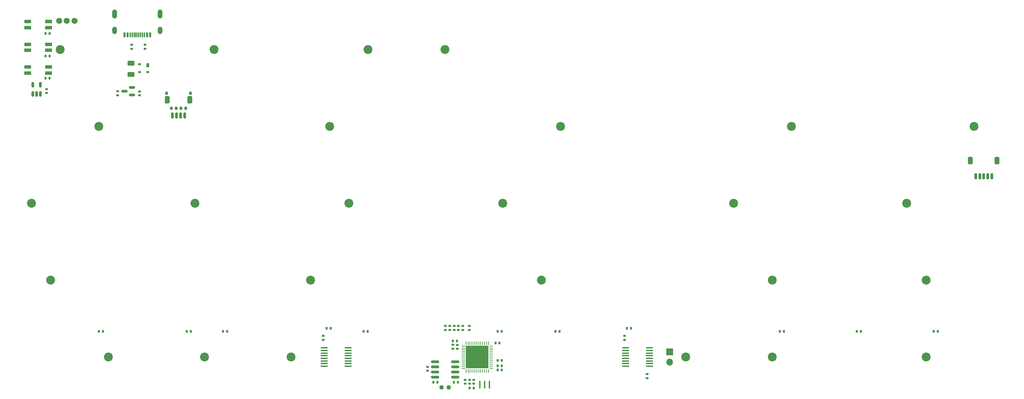
<source format=gbr>
%TF.GenerationSoftware,KiCad,Pcbnew,8.0.3*%
%TF.CreationDate,2024-08-17T22:42:48+02:00*%
%TF.ProjectId,the-nicholas-van V1,7468652d-6e69-4636-986f-6c61732d7661,rev?*%
%TF.SameCoordinates,Original*%
%TF.FileFunction,Soldermask,Bot*%
%TF.FilePolarity,Negative*%
%FSLAX46Y46*%
G04 Gerber Fmt 4.6, Leading zero omitted, Abs format (unit mm)*
G04 Created by KiCad (PCBNEW 8.0.3) date 2024-08-17 22:42:48*
%MOMM*%
%LPD*%
G01*
G04 APERTURE LIST*
G04 Aperture macros list*
%AMRoundRect*
0 Rectangle with rounded corners*
0 $1 Rounding radius*
0 $2 $3 $4 $5 $6 $7 $8 $9 X,Y pos of 4 corners*
0 Add a 4 corners polygon primitive as box body*
4,1,4,$2,$3,$4,$5,$6,$7,$8,$9,$2,$3,0*
0 Add four circle primitives for the rounded corners*
1,1,$1+$1,$2,$3*
1,1,$1+$1,$4,$5*
1,1,$1+$1,$6,$7*
1,1,$1+$1,$8,$9*
0 Add four rect primitives between the rounded corners*
20,1,$1+$1,$2,$3,$4,$5,0*
20,1,$1+$1,$4,$5,$6,$7,0*
20,1,$1+$1,$6,$7,$8,$9,0*
20,1,$1+$1,$8,$9,$2,$3,0*%
G04 Aperture macros list end*
%ADD10C,2.200000*%
%ADD11RoundRect,0.140000X-0.170000X0.140000X-0.170000X-0.140000X0.170000X-0.140000X0.170000X0.140000X0*%
%ADD12RoundRect,0.135000X-0.185000X0.135000X-0.185000X-0.135000X0.185000X-0.135000X0.185000X0.135000X0*%
%ADD13RoundRect,0.135000X-0.135000X-0.185000X0.135000X-0.185000X0.135000X0.185000X-0.135000X0.185000X0*%
%ADD14RoundRect,0.135000X0.135000X0.185000X-0.135000X0.185000X-0.135000X-0.185000X0.135000X-0.185000X0*%
%ADD15R,0.400000X1.900000*%
%ADD16RoundRect,0.140000X0.140000X0.170000X-0.140000X0.170000X-0.140000X-0.170000X0.140000X-0.170000X0*%
%ADD17RoundRect,0.062500X0.062500X-0.375000X0.062500X0.375000X-0.062500X0.375000X-0.062500X-0.375000X0*%
%ADD18RoundRect,0.062500X0.375000X-0.062500X0.375000X0.062500X-0.375000X0.062500X-0.375000X-0.062500X0*%
%ADD19R,5.600000X5.600000*%
%ADD20C,1.500000*%
%ADD21R,1.778000X0.419100*%
%ADD22R,1.700000X1.700000*%
%ADD23O,1.700000X1.700000*%
%ADD24RoundRect,0.150000X-0.150000X-0.625000X0.150000X-0.625000X0.150000X0.625000X-0.150000X0.625000X0*%
%ADD25RoundRect,0.250000X-0.350000X-0.650000X0.350000X-0.650000X0.350000X0.650000X-0.350000X0.650000X0*%
%ADD26R,0.700000X1.000000*%
%ADD27R,0.700000X0.600000*%
%ADD28RoundRect,0.250000X-0.625000X0.375000X-0.625000X-0.375000X0.625000X-0.375000X0.625000X0.375000X0*%
%ADD29R,1.700000X0.820000*%
%ADD30RoundRect,0.205000X0.645000X0.205000X-0.645000X0.205000X-0.645000X-0.205000X0.645000X-0.205000X0*%
%ADD31RoundRect,0.140000X0.170000X-0.140000X0.170000X0.140000X-0.170000X0.140000X-0.170000X-0.140000X0*%
%ADD32RoundRect,0.150000X-0.825000X-0.150000X0.825000X-0.150000X0.825000X0.150000X-0.825000X0.150000X0*%
%ADD33RoundRect,0.150000X0.587500X0.150000X-0.587500X0.150000X-0.587500X-0.150000X0.587500X-0.150000X0*%
%ADD34R,0.600000X1.300000*%
%ADD35R,0.300000X1.300000*%
%ADD36O,1.200000X2.250000*%
%ADD37O,1.200000X1.850000*%
%ADD38RoundRect,0.150000X0.150000X-0.512500X0.150000X0.512500X-0.150000X0.512500X-0.150000X-0.512500X0*%
%ADD39RoundRect,0.140000X-0.140000X-0.170000X0.140000X-0.170000X0.140000X0.170000X-0.140000X0.170000X0*%
%ADD40RoundRect,0.135000X0.185000X-0.135000X0.185000X0.135000X-0.185000X0.135000X-0.185000X-0.135000X0*%
%ADD41RoundRect,0.150000X-0.150000X-0.275000X0.150000X-0.275000X0.150000X0.275000X-0.150000X0.275000X0*%
%ADD42RoundRect,0.175000X-0.175000X-0.225000X0.175000X-0.225000X0.175000X0.225000X-0.175000X0.225000X0*%
%ADD43RoundRect,0.237500X0.250000X0.237500X-0.250000X0.237500X-0.250000X-0.237500X0.250000X-0.237500X0*%
G04 APERTURE END LIST*
D10*
%TO.C,H7*%
X161925000Y-77787500D03*
%TD*%
%TO.C,H22*%
X73818750Y-134937500D03*
%TD*%
%TO.C,H26*%
X252412500Y-134937500D03*
%TD*%
%TO.C,H13*%
X147637500Y-96837500D03*
%TD*%
%TO.C,H8*%
X219075000Y-77787500D03*
%TD*%
%TO.C,H19*%
X214312500Y-115887500D03*
%TD*%
%TO.C,H3*%
X114300000Y-58737500D03*
%TD*%
%TO.C,H18*%
X157162500Y-115887500D03*
%TD*%
%TO.C,H16*%
X35718750Y-115887500D03*
%TD*%
%TO.C,H25*%
X214312500Y-134937500D03*
%TD*%
%TO.C,H24*%
X192881250Y-134937500D03*
%TD*%
%TO.C,H1*%
X38100000Y-58737500D03*
%TD*%
%TO.C,H20*%
X252412500Y-115887500D03*
%TD*%
%TO.C,H17*%
X100012500Y-115887500D03*
%TD*%
%TO.C,H9*%
X264318750Y-77787500D03*
%TD*%
%TO.C,H11*%
X71437500Y-96837500D03*
%TD*%
%TO.C,H2*%
X76200000Y-58737500D03*
%TD*%
%TO.C,H10*%
X30956250Y-96837500D03*
%TD*%
%TO.C,H14*%
X204787500Y-96837500D03*
%TD*%
%TO.C,H21*%
X50006250Y-134937500D03*
%TD*%
%TO.C,H5*%
X47625000Y-77787500D03*
%TD*%
%TO.C,H23*%
X95250000Y-134937500D03*
%TD*%
%TO.C,H12*%
X109537500Y-96837500D03*
%TD*%
%TO.C,H15*%
X247650000Y-96837500D03*
%TD*%
%TO.C,H6*%
X104775000Y-77787500D03*
%TD*%
%TO.C,H4*%
X133350000Y-58737500D03*
%TD*%
D11*
%TO.C,C6*%
X139442322Y-140577223D03*
X139442322Y-141537223D03*
%TD*%
D12*
%TO.C,R6*%
X137707458Y-127253239D03*
X137707458Y-128273239D03*
%TD*%
D13*
%TO.C,R15*%
X69389148Y-128587500D03*
X70409148Y-128587500D03*
%TD*%
%TO.C,R24*%
X216183750Y-128587500D03*
X217203750Y-128587500D03*
%TD*%
D12*
%TO.C,R4*%
X135578946Y-127225266D03*
X135578946Y-128245266D03*
%TD*%
D14*
%TO.C,R19*%
X131478750Y-141193750D03*
X130458750Y-141193750D03*
%TD*%
D15*
%TO.C,Y1*%
X141957464Y-141748285D03*
X143157464Y-141748285D03*
X144357464Y-141748285D03*
%TD*%
D16*
%TO.C,C15*%
X35405000Y-54768750D03*
X34445000Y-54768750D03*
%TD*%
D13*
%TO.C,R26*%
X254283750Y-128577309D03*
X255303750Y-128577309D03*
%TD*%
D17*
%TO.C,U1*%
X144037500Y-138375000D03*
X143537500Y-138375000D03*
X143037500Y-138375000D03*
X142537500Y-138375000D03*
X142037500Y-138375000D03*
X141537500Y-138375000D03*
X141037500Y-138375000D03*
X140537500Y-138375000D03*
X140037500Y-138375000D03*
X139537500Y-138375000D03*
X139037500Y-138375000D03*
X138537500Y-138375000D03*
D18*
X137850000Y-137687500D03*
X137850000Y-137187500D03*
X137850000Y-136687500D03*
X137850000Y-136187500D03*
X137850000Y-135687500D03*
X137850000Y-135187500D03*
X137850000Y-134687500D03*
X137850000Y-134187500D03*
X137850000Y-133687500D03*
X137850000Y-133187500D03*
X137850000Y-132687500D03*
X137850000Y-132187500D03*
D17*
X138537500Y-131500000D03*
X139037500Y-131500000D03*
X139537500Y-131500000D03*
X140037500Y-131500000D03*
X140537500Y-131500000D03*
X141037500Y-131500000D03*
X141537500Y-131500000D03*
X142037500Y-131500000D03*
X142537500Y-131500000D03*
X143037500Y-131500000D03*
X143537500Y-131500000D03*
X144037500Y-131500000D03*
D18*
X144725000Y-132187500D03*
X144725000Y-132687500D03*
X144725000Y-133187500D03*
X144725000Y-133687500D03*
X144725000Y-134187500D03*
X144725000Y-134687500D03*
X144725000Y-135187500D03*
X144725000Y-135687500D03*
X144725000Y-136187500D03*
X144725000Y-136687500D03*
X144725000Y-137187500D03*
X144725000Y-137687500D03*
D19*
X141287500Y-134937500D03*
%TD*%
D11*
%TO.C,C13*%
X138345929Y-140577223D03*
X138345929Y-141537223D03*
%TD*%
D20*
%TO.C,J5*%
X37787500Y-51593750D03*
X39687500Y-51593750D03*
X41587500Y-51593750D03*
%TD*%
D12*
%TO.C,R12*%
X55753000Y-57575000D03*
X55753000Y-58595000D03*
%TD*%
D21*
%TO.C,U6*%
X183949340Y-132664200D03*
X183949340Y-133314440D03*
X183949340Y-133964680D03*
X183949340Y-134614920D03*
X183949340Y-135260080D03*
X183949340Y-135910320D03*
X183949340Y-136560560D03*
X183949340Y-137210800D03*
X178000660Y-137210800D03*
X178000660Y-136560560D03*
X178000660Y-135910320D03*
X178000660Y-135260080D03*
X178000660Y-134614920D03*
X178000660Y-133964680D03*
X178000660Y-133314440D03*
X178000660Y-132664200D03*
%TD*%
D22*
%TO.C,SW1*%
X188912500Y-133662500D03*
D23*
X188912500Y-136202500D03*
%TD*%
D24*
%TO.C,J1*%
X65843750Y-75025000D03*
X66843750Y-75025000D03*
X67843750Y-75025000D03*
X68843750Y-75025000D03*
D25*
X64543750Y-71150000D03*
X70143750Y-71150000D03*
%TD*%
D14*
%TO.C,R17*%
X105001250Y-127793750D03*
X103981250Y-127793750D03*
%TD*%
D26*
%TO.C,D1*%
X59735621Y-62604972D03*
D27*
X59735621Y-64304972D03*
X57735621Y-64304972D03*
X57735621Y-62404972D03*
%TD*%
D21*
%TO.C,U4*%
X109336840Y-132664200D03*
X109336840Y-133314440D03*
X109336840Y-133964680D03*
X109336840Y-134614920D03*
X109336840Y-135260080D03*
X109336840Y-135910320D03*
X109336840Y-136560560D03*
X109336840Y-137210800D03*
X103388160Y-137210800D03*
X103388160Y-136560560D03*
X103388160Y-135910320D03*
X103388160Y-135260080D03*
X103388160Y-134614920D03*
X103388160Y-133964680D03*
X103388160Y-133314440D03*
X103388160Y-132664200D03*
%TD*%
D24*
%TO.C,J4*%
X264700000Y-90106250D03*
X265700000Y-90106250D03*
X266700000Y-90106250D03*
X267700000Y-90106250D03*
X268700000Y-90106250D03*
D25*
X263400000Y-86231250D03*
X270000000Y-86231250D03*
%TD*%
D12*
%TO.C,R5*%
X136652000Y-127235871D03*
X136652000Y-128255871D03*
%TD*%
D14*
%TO.C,R21*%
X161641250Y-128587500D03*
X160621250Y-128587500D03*
%TD*%
D11*
%TO.C,C7*%
X140445929Y-140584658D03*
X140445929Y-141544658D03*
%TD*%
D12*
%TO.C,R3*%
X134493000Y-127226234D03*
X134493000Y-128246234D03*
%TD*%
D13*
%TO.C,R11*%
X146333750Y-135731250D03*
X147353750Y-135731250D03*
%TD*%
D28*
%TO.C,F_USBC1*%
X55562500Y-62100000D03*
X55562500Y-64900000D03*
%TD*%
D13*
%TO.C,R8*%
X139439723Y-142663937D03*
X140459723Y-142663937D03*
%TD*%
D29*
%TO.C,LED1*%
X35150000Y-64567500D03*
X35150000Y-63067500D03*
D30*
X30050000Y-63067500D03*
D29*
X30050000Y-64567500D03*
%TD*%
D13*
%TO.C,R16*%
X47625000Y-128587500D03*
X48645000Y-128587500D03*
%TD*%
D31*
%TO.C,C1*%
X136331787Y-132911388D03*
X136331787Y-131951388D03*
%TD*%
D16*
%TO.C,C17*%
X35405000Y-65859930D03*
X34445000Y-65859930D03*
%TD*%
D29*
%TO.C,LED3*%
X35149000Y-53302500D03*
X35149000Y-51802500D03*
D30*
X30049000Y-51802500D03*
D29*
X30049000Y-53302500D03*
%TD*%
D14*
%TO.C,R18*%
X114209913Y-128577309D03*
X113189913Y-128577309D03*
%TD*%
D12*
%TO.C,R13*%
X59055000Y-57575000D03*
X59055000Y-58595000D03*
%TD*%
D32*
%TO.C,U5*%
X130875000Y-139923750D03*
X130875000Y-138653750D03*
X130875000Y-137383750D03*
X130875000Y-136113750D03*
X135825000Y-136113750D03*
X135825000Y-137383750D03*
X135825000Y-138653750D03*
X135825000Y-139923750D03*
%TD*%
D13*
%TO.C,R25*%
X235233750Y-128587500D03*
X236253750Y-128587500D03*
%TD*%
D33*
%TO.C,U2*%
X55854439Y-68106250D03*
X55854439Y-70006250D03*
X53979439Y-69056250D03*
%TD*%
D11*
%TO.C,C8*%
X52313712Y-69068759D03*
X52313712Y-70028759D03*
%TD*%
D34*
%TO.C,J3*%
X53950000Y-55100000D03*
X54750000Y-55100000D03*
D35*
X55900000Y-55100000D03*
X56900000Y-55100000D03*
X57400000Y-55100000D03*
X58400000Y-55100000D03*
D34*
X59550000Y-55100000D03*
X60350000Y-55100000D03*
D35*
X58900000Y-55100000D03*
X57900000Y-55100000D03*
X56400000Y-55100000D03*
X55400000Y-55100000D03*
D36*
X51530000Y-49950000D03*
D37*
X51530000Y-53950000D03*
D36*
X62770000Y-49950000D03*
D37*
X62770000Y-53950000D03*
%TD*%
D31*
%TO.C,C9*%
X57702555Y-70069871D03*
X57702555Y-69109871D03*
%TD*%
D38*
%TO.C,U3*%
X33150000Y-69747375D03*
X32200000Y-69747375D03*
X31250000Y-69747375D03*
X31250000Y-67472375D03*
X33150000Y-67472375D03*
%TD*%
D14*
%TO.C,R20*%
X179387500Y-127793750D03*
X178367500Y-127793750D03*
%TD*%
D16*
%TO.C,C16*%
X35405000Y-60325000D03*
X34445000Y-60325000D03*
%TD*%
D39*
%TO.C,C5*%
X146375680Y-137121052D03*
X147335680Y-137121052D03*
%TD*%
D31*
%TO.C,C12*%
X129007714Y-138333131D03*
X129007714Y-137373131D03*
%TD*%
D29*
%TO.C,LED2*%
X35149000Y-58935000D03*
X35149000Y-57435000D03*
D30*
X30049000Y-57435000D03*
D29*
X30049000Y-58935000D03*
%TD*%
D40*
%TO.C,R1*%
X139319000Y-128271660D03*
X139319000Y-127251660D03*
%TD*%
D14*
%TO.C,R22*%
X147353750Y-128587500D03*
X146333750Y-128587500D03*
%TD*%
D39*
%TO.C,C2*%
X146386593Y-138167485D03*
X147346593Y-138167485D03*
%TD*%
D16*
%TO.C,C3*%
X136243000Y-130937000D03*
X135283000Y-130937000D03*
%TD*%
D13*
%TO.C,R7*%
X135505000Y-141193750D03*
X136525000Y-141193750D03*
%TD*%
D39*
%TO.C,C4*%
X145851250Y-131481250D03*
X146811250Y-131481250D03*
%TD*%
D12*
%TO.C,R9*%
X135252011Y-131903511D03*
X135252011Y-132923511D03*
%TD*%
D41*
%TO.C,J2*%
X65543750Y-73312500D03*
X66743750Y-73312500D03*
X67943750Y-73312500D03*
X69143750Y-73312500D03*
D42*
X64393750Y-69537500D03*
X70293750Y-69537500D03*
%TD*%
D14*
%TO.C,R10*%
X79375000Y-128587500D03*
X78355000Y-128587500D03*
%TD*%
D12*
%TO.C,R2*%
X133428916Y-127218308D03*
X133428916Y-128238308D03*
%TD*%
D31*
%TO.C,C11*%
X103187500Y-130655000D03*
X103187500Y-129695000D03*
%TD*%
%TO.C,C14*%
X177800000Y-130655000D03*
X177800000Y-129695000D03*
%TD*%
D12*
%TO.C,R23*%
X183356250Y-139190000D03*
X183356250Y-140210000D03*
%TD*%
D43*
%TO.C,JP1*%
X134279692Y-142496607D03*
X132454692Y-142496607D03*
%TD*%
D11*
%TO.C,C18*%
X34652000Y-68554000D03*
X34652000Y-69514000D03*
%TD*%
M02*

</source>
